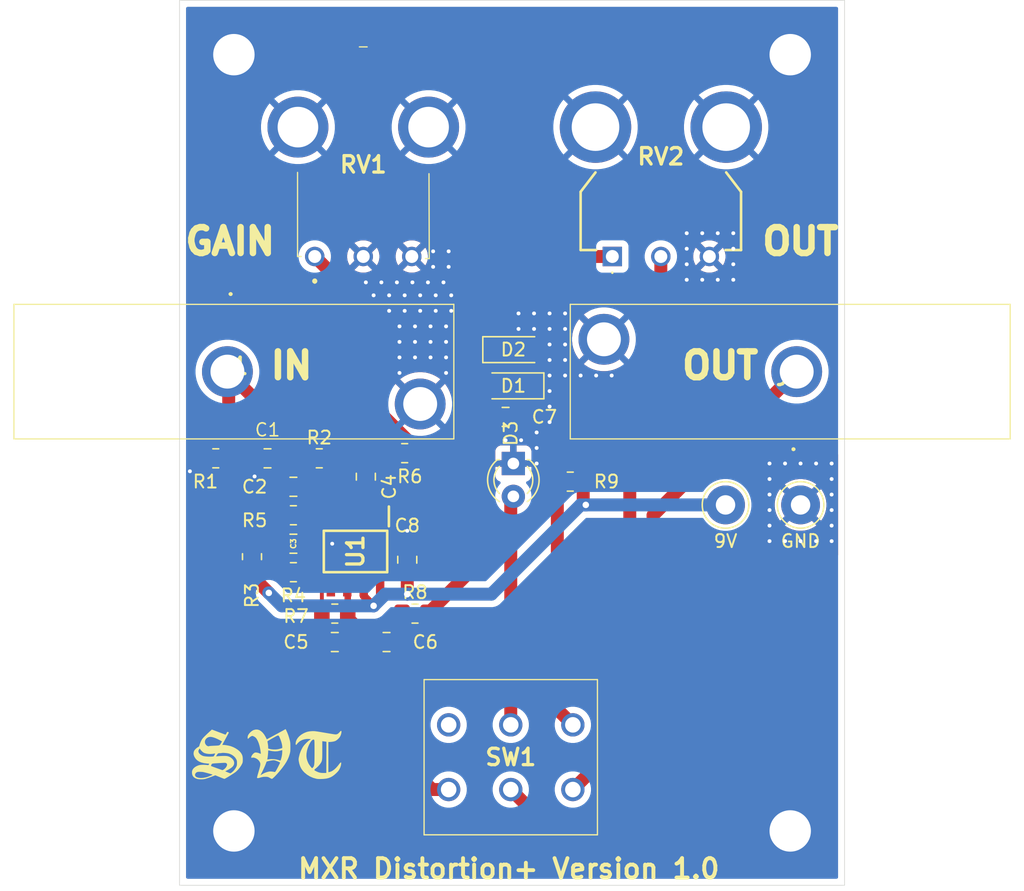
<source format=kicad_pcb>
(kicad_pcb (version 20241229) (generator "pcbnew") (generator_version "9.0")
  (layers (0 "F.Cu" signal) (2 "B.Cu" signal) (13 "F.Paste" user) (15 "B.Paste" user) (5 "F.SilkS" user "F.Silkscreen") (7 "B.SilkS" user "B.Silkscreen") (1 "F.Mask" user) (3 "B.Mask" user) (25 "Edge.Cuts" user))
  (net 0 "")
  (net 1 "Net-(J1-SLEEVE)")
  (net 2 "GND")
  (net 3 "Net-(C2-Pad2)")
  (net 4 "Net-(C3-Pad1)")
  (net 5 "Net-(C4-Pad1)")
  (net 6 "Net-(U1--)")
  (net 7 "Net-(C5-Pad2)")
  (net 8 "Net-(C6-Pad2)")
  (net 9 "Net-(D1-A)")
  (net 10 "Net-(D3-A)")
  (net 11 "Net-(J2-SLEEVE)")
  (net 12 "VCC")
  (net 13 "Net-(R6-Pad2)")
  (net 14 "Net-(R9-Pad2)")
  (net 15 "Net-(RV2-Pad2)")
  (net 20 "Net-(U1-+)")
  (footprint "Resistor_SMD:R_0805_2012Metric_Pad1.20x1.40mm_HandSolder" (layer "F.Cu") (at 91 62.6)
    (property "Reference" "R6" (at 0.4 1.8 0) (layer "F.SilkS"))
    (property "Value" "4.7k")
    (pad "1" smd roundrect (at -1 0) (size 1.2 1.4) (layers "F.Cu" "F.Mask" "F.Paste") (roundrect_rratio 0.208333) (net 5 "Net-(C4-Pad1)"))
    (pad "2" smd roundrect (at 1 0) (size 1.2 1.4) (layers "F.Cu" "F.Mask" "F.Paste") (roundrect_rratio 0.208333) (net 13 "Net-(R6-Pad2)"))
  )
  (footprint "MountingHole:MountingHole_3.2mm_M3_ISO7380_Pad_TopOnly" (layer "F.Cu") (at 77.8 31.8)
    (property "Reference" "REF**" (hide yes))
    (property "Value" "MountingHole_3.2mm_M3_ISO7380_Pad_TopOnly")
    (pad "1" thru_hole circle (at 0 0) (size 3.6 3.6) (drill 3.2) (layers "*.Cu" "*.Mask") (net 2 "GND"))
    (pad "1" connect circle (at 0 0) (size 5.7 5.7) (layers "F.Cu" "F.Mask"))
  )
  (footprint "Resistor_SMD:R_0805_2012Metric_Pad1.20x1.40mm_HandSolder" (layer "F.Cu") (at 84.4 63)
    (property "Reference" "R2" (at 0 -1.6 0) (layer "F.SilkS"))
    (property "Value" "10k")
    (pad "1" smd roundrect (at -1 0) (size 1.2 1.4) (layers "F.Cu" "F.Mask" "F.Paste") (roundrect_rratio 0.208333) (net 3 "Net-(C2-Pad2)"))
    (pad "2" smd roundrect (at 1 0) (size 1.2 1.4) (layers "F.Cu" "F.Mask" "F.Paste") (roundrect_rratio 0.208333) (net 20 "Net-(U1-+)"))
  )
  (footprint "LOGO" (layer "F.Cu") (at 80.6 86.2)
    (property "Reference" "G***" (hide yes))
    (property "Value" "LOGO" (hide yes))
  )
  (footprint "Diode_SMD:D_SOD-123" (layer "F.Cu") (at 99.4 54.6)
    (property "Reference" "D2" (at 0 0 0) (layer "F.SilkS"))
    (property "Value" "1N4148W")
    (pad "1" smd roundrect (at -1.65 0) (size 0.9 1.2) (layers "F.Cu" "F.Mask" "F.Paste") (net 9 "Net-(D1-A)"))
    (pad "2" smd roundrect (at 1.65 0) (size 0.9 1.2) (layers "F.Cu" "F.Mask" "F.Paste") (net 2 "GND"))
  )
  (footprint "Resistor_SMD:R_0805_2012Metric_Pad1.20x1.40mm_HandSolder" (layer "F.Cu") (at 91.8 75)
    (property "Reference" "R8" (at 0 -1.65 0) (layer "F.SilkS"))
    (property "Value" "10k")
    (pad "1" smd roundrect (at -1 0) (size 1.2 1.4) (layers "F.Cu" "F.Mask" "F.Paste") (roundrect_rratio 0.208333) (net 8 "Net-(C6-Pad2)"))
    (pad "2" smd roundrect (at 1 0) (size 1.2 1.4) (layers "F.Cu" "F.Mask" "F.Paste") (roundrect_rratio 0.208333) (net 9 "Net-(D1-A)"))
  )
  (footprint "KiCad:SJ63062A" (layer "F.Cu") (at 121.3 56.3 180)
    (property "Reference" "J2" (at 0.5 -0.425 180) (layer "F.SilkS") (effects (font (size 1.27 1.27) (thickness 0.254))))
    (property "Value" "SJ-63062A" (hide yes))
    (pad "1" thru_hole circle (at 0 0 270) (size 3.93 3.93) (drill 2.62) (layers "*.Cu" "*.Mask") (net 11 "Net-(J2-SLEEVE)"))
    (pad "2" thru_hole circle (at 14.9 2.5 270) (size 3.93 3.93) (drill 2.62) (layers "*.Cu" "*.Mask") (net 2 "GND"))
  )
  (footprint "Capacitor_SMD:C_0805_2012Metric_Pad1.18x1.45mm_HandSolder" (layer "F.Cu") (at 82.4 69.6)
    (property "Reference" "C3" (at 0 0 90) (layer "F.SilkS") (effects (font (size 0.4 0.4) (thickness 0.1))))
    (property "Value" "1u")
    (pad "1" smd roundrect (at -1.0375 0) (size 1.175 1.45) (layers "F.Cu" "F.Mask" "F.Paste") (roundrect_rratio 0.212766) (net 4 "Net-(C3-Pad1)"))
    (pad "2" smd roundrect (at 1.0375 0) (size 1.175 1.45) (layers "F.Cu" "F.Mask" "F.Paste") (roundrect_rratio 0.212766) (net 2 "GND"))
  )
  (footprint "Resistor_SMD:R_0805_2012Metric_Pad1.20x1.40mm_HandSolder" (layer "F.Cu") (at 85.6 75)
    (property "Reference" "R7" (at -3 0.2 0) (layer "F.SilkS"))
    (property "Value" "1M")
    (pad "1" smd roundrect (at -1 0) (size 1.2 1.4) (layers "F.Cu" "F.Mask" "F.Paste") (roundrect_rratio 0.208333) (net 6 "Net-(U1--)"))
    (pad "2" smd roundrect (at 1 0) (size 1.2 1.4) (layers "F.Cu" "F.Mask" "F.Paste") (roundrect_rratio 0.208333) (net 7 "Net-(C5-Pad2)"))
  )
  (footprint "Capacitor_SMD:C_0805_2012Metric_Pad1.18x1.45mm_HandSolder" (layer "F.Cu") (at 85.6 77.2)
    (property "Reference" "C5" (at -3 0 0) (layer "F.SilkS"))
    (property "Value" "10p")
    (pad "1" smd roundrect (at -1.0375 0) (size 1.175 1.45) (layers "F.Cu" "F.Mask" "F.Paste") (roundrect_rratio 0.212766) (net 6 "Net-(U1--)"))
    (pad "2" smd roundrect (at 1.0375 0) (size 1.175 1.45) (layers "F.Cu" "F.Mask" "F.Paste") (roundrect_rratio 0.212766) (net 7 "Net-(C5-Pad2)"))
  )
  (footprint "LED_THT:LED_D3.0mm_Clear" (layer "F.Cu") (at 99.4 63.4 -90)
    (property "Reference" "D3" (at -2.33 0.2 90) (layer "F.SilkS"))
    (property "Value" "Red color")
    (pad "1" thru_hole rect (at 0 0 270) (size 1.8 1.8) (drill 0.9) (layers "*.Cu" "*.Mask") (net 2 "GND"))
    (pad "2" thru_hole circle (at 2.54 0 270) (size 1.8 1.8) (drill 0.9) (layers "*.Cu" "*.Mask") (net 10 "Net-(D3-A)"))
  )
  (footprint "MountingHole:MountingHole_3.2mm_M3_ISO7380_Pad_TopOnly" (layer "F.Cu") (at 120.8 91.8)
    (property "Reference" "REF**" (hide yes))
    (property "Value" "MountingHole_3.2mm_M3_ISO7380_Pad_TopOnly")
    (pad "1" thru_hole circle (at 0 0) (size 3.6 3.6) (drill 3.2) (layers "*.Cu" "*.Mask") (net 2 "GND"))
    (pad "1" connect circle (at 0 0) (size 5.7 5.7) (layers "F.Cu" "F.Mask"))
  )
  (footprint "Resistor_SMD:R_0805_2012Metric_Pad1.20x1.40mm_HandSolder" (layer "F.Cu") (at 79.2 70.6 -90)
    (property "Reference" "R3" (at 3 0 90) (layer "F.SilkS"))
    (property "Value" "1M")
    (pad "1" smd roundrect (at -1 0 270) (size 1.2 1.4) (layers "F.Cu" "F.Mask" "F.Paste") (roundrect_rratio 0.208333) (net 4 "Net-(C3-Pad1)"))
    (pad "2" smd roundrect (at 1 0 270) (size 1.2 1.4) (layers "F.Cu" "F.Mask" "F.Paste") (roundrect_rratio 0.208333) (net 12 "VCC"))
  )
  (footprint "KiCad:FS5700DPLT2B2M1QE" (layer "F.Cu") (at 104 88.6 90)
    (property "Reference" "SW1" (at 2.5 -4.8 180) (layer "F.SilkS") (effects (font (size 1.27 1.27) (thickness 0.254))))
    (property "Value" "FS5700DPLT2B2M1QE" (hide yes))
    (pad "1" thru_hole circle (at 0 0 180) (size 1.8 1.8) (drill 1.2) (layers "*.Cu" "*.Mask") (net 15 "Net-(RV2-Pad2)"))
    (pad "2" thru_hole circle (at 0 -4.8 180) (size 1.8 1.8) (drill 1.2) (layers "*.Cu" "*.Mask") (net 11 "Net-(J2-SLEEVE)"))
    (pad "3" thru_hole circle (at 0 -9.6 180) (size 1.8 1.8) (drill 1.2) (layers "*.Cu" "*.Mask") (net 1 "Net-(J1-SLEEVE)"))
    (pad "4" thru_hole circle (at 5 0 180) (size 1.8 1.8) (drill 1.2) (layers "*.Cu" "*.Mask") (net 14 "Net-(R9-Pad2)"))
    (pad "5" thru_hole circle (at 5 -4.8 180) (size 1.8 1.8) (drill 1.2) (layers "*.Cu" "*.Mask") (net 10 "Net-(D3-A)"))
    (pad "6" thru_hole circle (at 5 -9.6 180) (size 1.8 1.8) (drill 1.2) (layers "*.Cu" "*.Mask"))
  )
  (footprint "Connector_Pin:Pin_D1.3mm_L11.0mm_LooseFit" (layer "F.Cu") (at 121.6 66.6)
    (property "Reference" "GND" (at 0 2.8 0) (layer "F.SilkS"))
    (property "Value" "Pin_D1.3mm_L11.0mm_LooseFit")
    (pad "1" thru_hole circle (at 0 0) (size 3 3) (drill 1.5) (layers "*.Cu" "*.Mask") (net 2 "GND"))
  )
  (footprint "Capacitor_SMD:C_0805_2012Metric_Pad1.18x1.45mm_HandSolder" (layer "F.Cu") (at 80.4 63 180)
    (property "Reference" "C1" (at 0 2.2 180) (layer "F.SilkS") (effects (font (thickness 0.125))))
    (property "Value" "1n")
    (pad "1" smd roundrect (at -1.0375 0 180) (size 1.175 1.45) (layers "F.Cu" "F.Mask" "F.Paste") (roundrect_rratio 0.212766) (net 1 "Net-(J1-SLEEVE)"))
    (pad "2" smd roundrect (at 1.0375 0 180) (size 1.175 1.45) (layers "F.Cu" "F.Mask" "F.Paste") (roundrect_rratio 0.212766) (net 2 "GND"))
  )
  (footprint "Resistor_SMD:R_0805_2012Metric_Pad1.20x1.40mm_HandSolder" (layer "F.Cu") (at 82.4 67.4 180)
    (property "Reference" "R5" (at 3 -0.4 0) (layer "F.SilkS"))
    (property "Value" "1M")
    (pad "1" smd roundrect (at -1 0 180) (size 1.2 1.4) (layers "F.Cu" "F.Mask" "F.Paste") (roundrect_rratio 0.208333) (net 20 "Net-(U1-+)"))
    (pad "2" smd roundrect (at 1 0 180) (size 1.2 1.4) (layers "F.Cu" "F.Mask" "F.Paste") (roundrect_rratio 0.208333) (net 4 "Net-(C3-Pad1)"))
  )
  (footprint "Capacitor_SMD:C_0805_2012Metric_Pad1.18x1.45mm_HandSolder" (layer "F.Cu") (at 98.8 59.8)
    (property "Reference" "C7" (at 3 0 0) (layer "F.SilkS"))
    (property "Value" "1n")
    (pad "1" smd roundrect (at -1.0375 0) (size 1.175 1.45) (layers "F.Cu" "F.Mask" "F.Paste") (roundrect_rratio 0.212766) (net 9 "Net-(D1-A)"))
    (pad "2" smd roundrect (at 1.0375 0) (size 1.175 1.45) (layers "F.Cu" "F.Mask" "F.Paste") (roundrect_rratio 0.212766) (net 2 "GND"))
  )
  (footprint "Diode_SMD:D_SOD-123" (layer "F.Cu") (at 99.4 57.4 180)
    (property "Reference" "D1" (at 0 0 0) (layer "F.SilkS"))
    (property "Value" "1N4148W")
    (pad "1" smd roundrect (at -1.65 0 180) (size 0.9 1.2) (layers "F.Cu" "F.Mask" "F.Paste") (net 2 "GND"))
    (pad "2" smd roundrect (at 1.65 0 180) (size 0.9 1.2) (layers "F.Cu" "F.Mask" "F.Paste") (net 9 "Net-(D1-A)"))
  )
  (footprint "KiCad:SJ63062A" (layer "F.Cu") (at 77.3 56.3)
    (property "Reference" "J1" (at 0.5 -0.425 0) (layer "F.SilkS") (effects (font (size 1.27 1.27) (thickness 0.254))))
    (property "Value" "SJ-63062A" (hide yes))
    (pad "1" thru_hole circle (at 0 0 90) (size 3.93 3.93) (drill 2.62) (layers "*.Cu" "*.Mask") (net 1 "Net-(J1-SLEEVE)"))
    (pad "2" thru_hole circle (at 14.9 2.5 90) (size 3.93 3.93) (drill 2.62) (layers "*.Cu" "*.Mask") (net 2 "GND"))
  )
  (footprint "MountingHole:MountingHole_3.2mm_M3_ISO7380_Pad_TopOnly" (layer "F.Cu") (at 77.8 91.8)
    (property "Reference" "REF**" (hide yes))
    (property "Value" "MountingHole_3.2mm_M3_ISO7380_Pad_TopOnly")
    (pad "1" thru_hole circle (at 0 0) (size 3.6 3.6) (drill 3.2) (layers "*.Cu" "*.Mask") (net 2 "GND"))
    (pad "1" connect circle (at 0 0) (size 5.7 5.7) (layers "F.Cu" "F.Mask"))
  )
  (footprint "Capacitor_SMD:C_0805_2012Metric_Pad1.18x1.45mm_HandSolder" (layer "F.Cu") (at 89.6 77.2)
    (property "Reference" "C6" (at 3 0 0) (layer "F.SilkS"))
    (property "Value" "1u")
    (pad "1" smd roundrect (at -1.0375 0) (size 1.175 1.45) (layers "F.Cu" "F.Mask" "F.Paste") (roundrect_rratio 0.212766) (net 7 "Net-(C5-Pad2)"))
    (pad "2" smd roundrect (at 1.0375 0) (size 1.175 1.45) (layers "F.Cu" "F.Mask" "F.Paste") (roundrect_rratio 0.212766) (net 8 "Net-(C6-Pad2)"))
  )
  (footprint "Capacitor_SMD:C_0805_2012Metric_Pad1.18x1.45mm_HandSolder" (layer "F.Cu") (at 88 64.41875 -90)
    (property "Reference" "C4" (at 0.78125 -1.8 90) (layer "F.SilkS"))
    (property "Value" "10n")
    (pad "1" smd roundrect (at -1.0375 0 270) (size 1.175 1.45) (layers "F.Cu" "F.Mask" "F.Paste") (roundrect_rratio 0.212766) (net 5 "Net-(C4-Pad1)"))
    (pad "2" smd roundrect (at 1.0375 0 270) (size 1.175 1.45) (layers "F.Cu" "F.Mask" "F.Paste") (roundrect_rratio 0.212766) (net 6 "Net-(U1--)"))
  )
  (footprint "Capacitor_SMD:C_0805_2012Metric_Pad1.18x1.45mm_HandSolder" (layer "F.Cu") (at 82.4 65.2)
    (property "Reference" "C2" (at -3 0 0) (layer "F.SilkS"))
    (property "Value" "10n")
    (pad "1" smd roundrect (at -1.0375 0) (size 1.175 1.45) (layers "F.Cu" "F.Mask" "F.Paste") (roundrect_rratio 0.212766) (net 1 "Net-(J1-SLEEVE)"))
    (pad "2" smd roundrect (at 1.0375 0) (size 1.175 1.45) (layers "F.Cu" "F.Mask" "F.Paste") (roundrect_rratio 0.212766) (net 3 "Net-(C2-Pad2)"))
  )
  (footprint "MountingHole:MountingHole_3.2mm_M3_ISO7380_Pad_TopOnly" (layer "F.Cu") (at 120.8 31.8)
    (property "Reference" "REF**" (hide yes))
    (property "Value" "MountingHole_3.2mm_M3_ISO7380_Pad_TopOnly")
    (pad "1" thru_hole circle (at 0 0) (size 3.6 3.6) (drill 3.2) (layers "*.Cu" "*.Mask") (net 2 "GND"))
    (pad "1" connect circle (at 0 0) (size 5.7 5.7) (layers "F.Cu" "F.Mask"))
  )
  (footprint "Connector_Pin:Pin_D1.3mm_L11.0mm_LooseFit" (layer "F.Cu") (at 115.8 66.6)
    (property "Reference" "9V" (at 0 2.8 0) (layer "F.SilkS"))
    (property "Value" "Pin_D1.3mm_L11.0mm_LooseFit")
    (pad "1" thru_hole circle (at 0 0) (size 3 3) (drill 1.5) (layers "*.Cu" "*.Mask") (net 12 "VCC"))
  )
  (footprint "Resistor_SMD:R_0805_2012Metric_Pad1.20x1.40mm_HandSolder" (layer "F.Cu") (at 103.8 64.8 180)
    (property "Reference" "R9" (at -2.8 0 0) (layer "F.SilkS"))
    (property "Value" "2.2k")
    (pad "1" smd roundrect (at -1 0 180) (size 1.2 1.4) (layers "F.Cu" "F.Mask" "F.Paste") (roundrect_rratio 0.208333) (net 12 "VCC"))
    (pad "2" smd roundrect (at 1 0 180) (size 1.2 1.4) (layers "F.Cu" "F.Mask" "F.Paste") (roundrect_rratio 0.208333) (net 14 "Net-(R9-Pad2)"))
  )
  (footprint "Resistor_SMD:R_0805_2012Metric_Pad1.20x1.40mm_HandSolder" (layer "F.Cu") (at 82.4 71.8 180)
    (property "Reference" "R4" (at 0 -1.8 0) (layer "F.SilkS"))
    (property "Value" "1M")
    (pad "1" smd roundrect (at -1 0 180) (size 1.2 1.4) (layers "F.Cu" "F.Mask" "F.Paste") (roundrect_rratio 0.208333) (net 2 "GND"))
    (pad "2" smd roundrect (at 1 0 180) (size 1.2 1.4) (layers "F.Cu" "F.Mask" "F.Paste") (roundrect_rratio 0.208333) (net 4 "Net-(C3-Pad1)"))
  )
  (footprint "Capacitor_SMD:C_0805_2012Metric_Pad1.18x1.45mm_HandSolder" (layer "F.Cu") (at 91.2 70.8375 90)
    (property "Reference" "C8" (at 2.6375 0 180) (layer "F.SilkS"))
    (property "Value" "100n")
    (pad "1" smd roundrect (at -1.0375 0 90) (size 1.175 1.45) (layers "F.Cu" "F.Mask" "F.Paste") (roundrect_rratio 0.212766) (net 12 "VCC"))
    (pad "2" smd roundrect (at 1.0375 0 90) (size 1.175 1.45) (layers "F.Cu" "F.Mask" "F.Paste") (roundrect_rratio 0.212766) (net 2 "GND"))
  )
  (footprint "KiCad:PDB12H4301103BF" (layer "F.Cu") (at 107.05 47.4)
    (property "Reference" "RV2" (at 3.75 -7.725 0) (layer "F.SilkS") (effects (font (size 1.27 1.27) (thickness 0.254))))
    (property "Value" "10k" (hide yes))
    (pad "1" thru_hole rect (at 0 0 90) (size 1.5 1.5) (drill 1) (layers "*.Cu" "*.Mask") (net 9 "Net-(D1-A)"))
    (pad "2" thru_hole circle (at 3.75 0 90) (size 1.5 1.5) (drill 1) (layers "*.Cu" "*.Mask") (net 15 "Net-(RV2-Pad2)"))
    (pad "3" thru_hole circle (at 7.5 0 90) (size 1.5 1.5) (drill 1) (layers "*.Cu" "*.Mask") (net 2 "GND"))
    (pad "MH1" thru_hole circle (at -1.3 -10 90) (size 5.52 5.52) (drill 3.68) (layers "*.Cu" "*.Mask") (net 2 "GND"))
    (pad "MH2" thru_hole circle (at 8.8 -10 90) (size 5.52 5.52) (drill 3.68) (layers "*.Cu" "*.Mask") (net 2 "GND"))
  )
  (footprint "KiCad:SOIC127P600X175-8N" (layer "F.Cu") (at 87.2 70.2 -90)
    (property "Reference" "U1" (at 0 0 90) (layer "F.SilkS") (effects (font (size 1.27 1.27) (thickness 0.254))))
    (property "Value" "OPA134" (hide yes))
    (pad "1" smd rect (at -2.712 -1.905) (size 0.65 1.525) (layers "F.Cu" "F.Mask" "F.Paste"))
    (pad "2" smd rect (at -2.712 -0.635) (size 0.65 1.525) (layers "F.Cu" "F.Mask" "F.Paste") (net 6 "Net-(U1--)"))
    (pad "3" smd rect (at -2.712 0.635) (size 0.65 1.525) (layers "F.Cu" "F.Mask" "F.Paste") (net 20 "Net-(U1-+)"))
    (pad "4" smd rect (at -2.712 1.905) (size 0.65 1.525) (layers "F.Cu" "F.Mask" "F.Paste") (net 2 "GND"))
    (pad "5" smd rect (at 2.712 1.905) (size 0.65 1.525) (layers "F.Cu" "F.Mask" "F.Paste"))
    (pad "6" smd rect (at 2.712 0.635) (size 0.65 1.525) (layers "F.Cu" "F.Mask" "F.Paste") (net 7 "Net-(C5-Pad2)"))
    (pad "7" smd rect (at 2.712 -0.635) (size 0.65 1.525) (layers "F.Cu" "F.Mask" "F.Paste") (net 12 "VCC"))
    (pad "8" smd rect (at 2.712 -1.905) (size 0.65 1.525) (layers "F.Cu" "F.Mask" "F.Paste"))
  )
  (footprint "Resistor_SMD:R_0805_2012Metric_Pad1.20x1.40mm_HandSolder" (layer "F.Cu") (at 76.4 63)
    (property "Reference" "R1" (at -0.8 1.8 0) (layer "F.SilkS"))
    (property "Value" "1M")
    (pad "1" smd roundrect (at -1 0) (size 1.2 1.4) (layers "F.Cu" "F.Mask" "F.Paste") (roundrect_rratio 0.208333) (net 2 "GND"))
    (pad "2" smd roundrect (at 1 0) (size 1.2 1.4) (layers "F.Cu" "F.Mask" "F.Paste") (roundrect_rratio 0.208333) (net 1 "Net-(J1-SLEEVE)"))
  )
  (footprint "KiCad:PDB12H4301105BF" (layer "F.Cu") (at 87.8 37.4)
    (property "Reference" "RV1" (at 0 2.9 0) (layer "F.SilkS") (effects (font (size 1.27 1.27) (thickness 0.254))))
    (property "Value" "1M" (hide yes))
    (pad "1" thru_hole circle (at -3.75 10 90) (size 1.5 1.5) (drill 1) (layers "*.Cu" "*.Mask") (net 13 "Net-(R6-Pad2)"))
    (pad "2" thru_hole circle (at 0 10 90) (size 1.5 1.5) (drill 1) (layers "*.Cu" "*.Mask") (net 2 "GND"))
    (pad "3" thru_hole circle (at 3.75 10 90) (size 1.5 1.5) (drill 1) (layers "*.Cu" "*.Mask") (net 2 "GND"))
    (pad "MH1" thru_hole circle (at -5.05 0 90) (size 4.708 4.708) (drill 3.1385) (layers "*.Cu" "*.Mask") (net 2 "GND"))
    (pad "MH2" thru_hole circle (at 5.05 0 90) (size 4.708 4.708) (drill 3.1385) (layers "*.Cu" "*.Mask") (net 2 "GND"))
  )
  (gr_rect (start 73.6 27.6) (end 125 96) (stroke (width 0.05)) (fill no) (layer "Edge.Cuts"))
  (gr_text "GAIN" (at 73.8 47.4 0) (layer "F.SilkS") (effects (font (size 2 2) (thickness 0.5) (bold yes)) (justify left bottom)))
  (gr_text "MXR Distortion+ Version 1.0" (at 82.6 95.6 0) (layer "F.SilkS") (effects (font (size 1.5 1.5) (thickness 0.3) (bold yes)) (justify left bottom)))
  (gr_text "OUT" (at 112.2 57 0) (layer "F.SilkS") (effects (font (size 2 2) (thickness 0.5) (bold yes)) (justify left bottom)))
  (gr_text "IN" (at 80.4 57 0) (layer "F.SilkS") (effects (font (size 2 2) (thickness 0.5) (bold yes)) (justify left bottom)))
  (gr_text "OUT" (at 118.4 47.4 0) (layer "F.SilkS") (effects (font (size 2 2) (thickness 0.5) (bold yes)) (justify left bottom)))
  (segment (start 93.127208 88.6) (end 77.4 72.872792) (width 1) (layer "F.Cu") (net 1))
  (segment (start 81.5 60.5) (end 81.5 61.6) (width 1) (layer "F.Cu") (net 1))
  (segment (start 77.4 56.4) (end 77.3 56.3) (width 1) (layer "F.Cu") (net 1))
  (segment (start 81.3625 63.075) (end 81.4375 63) (width 0.5) (layer "F.Cu") (net 1))
  (segment (start 77.3 56.3) (end 81.5 60.5) (width 1) (layer "F.Cu") (net 1))
  (segment (start 77.4 63) (end 77.4 56.4) (width 1) (layer "F.Cu") (net 1))
  (segment (start 81.5 61.6) (end 81.5 62.9375) (width 1) (layer "F.Cu") (net 1))
  (segment (start 77.4 72.872792) (end 77.4 63) (width 1) (layer "F.Cu") (net 1))
  (segment (start 81.5 60.8) (end 81.5 61.6) (width 1) (layer "F.Cu") (net 1))
  (segment (start 81.3625 65.2) (end 81.3625 63.075) (width 0.5) (layer "F.Cu") (net 1))
  (segment (start 81.5 62.9375) (end 81.4375 63) (width 1) (layer "F.Cu") (net 1))
  (segment (start 94.4 88.6) (end 93.127208 88.6) (width 1) (layer "F.Cu") (net 1))
  (segment (start 85.295 67.488) (end 85.295 68.905) (width 0.6) (layer "F.Cu") (net 2))
  (segment (start 83.4 71.8) (end 83.4 71.6) (width 0.6) (layer "F.Cu") (net 2))
  (segment (start 83.4 71.6) (end 84.8 70.2) (width 0.6) (layer "F.Cu") (net 2))
  (segment (start 91.2 69.8) (end 91.2 68.6) (width 0.5) (layer "F.Cu") (net 2))
  (segment (start 79.3625 64.3625) (end 79.4 64.4) (width 0.5) (layer "F.Cu") (net 2))
  (segment (start 79.3625 63) (end 79.3625 64.3625) (width 0.5) (layer "F.Cu") (net 2))
  (segment (start 75.4 63) (end 74.4 64) (width 0.5) (layer "F.Cu") (net 2))
  (segment (start 85.295 68.905) (end 85.2 69) (width 0.6) (layer "F.Cu") (net 2))
  (via (at 79.4 64.4) (size 0.6) (drill 0.3) (layers "F.Cu" "B.Cu") (net 2))
  (via (at 103.4 53) (size 0.5) (drill 0.3) (layers "F.Cu" "B.Cu") (net 2))
  (via (at 89.2 49.4) (size 0.5) (drill 0.3) (layers "F.Cu" "B.Cu") (net 2))
  (via (at 104.6 56.6) (size 0.5) (drill 0.3) (layers "F.Cu" "B.Cu") (net 2))
  (via (at 122.8 69.4) (size 0.5) (drill 0.3) (layers "F.Cu" "B.Cu") (net 2))
  (via (at 92.2 50.4) (size 0.5) (drill 0.3) (layers "F.Cu" "B.Cu") (net 2))
  (via (at 119.2 68.2) (size 0.5) (drill 0.3) (layers "F.Cu" "B.Cu") (net 2))
  (via (at 120.4 69.4) (size 0.5) (drill 0.3) (layers "F.Cu" "B.Cu") (net 2))
  (via (at 124 67) (size 0.5) (drill 0.3) (layers "F.Cu" "B.Cu") (net 2))
  (via (at 116.4 48) (size 0.5) (drill 0.3) (layers "F.Cu" "B.Cu") (net 2))
  (via (at 91.8 52.8) (size 0.5) (drill 0.3) (layers "F.Cu" "B.Cu") (net 2))
  (via (at 103.4 51.8) (size 0.5) (drill 0.3) (layers "F.Cu" "B.Cu") (net 2))
  (via (at 93.4 50.4) (size 0.5) (drill 0.3) (layers "F.Cu" "B.Cu") (net 2))
  (via (at 101.2 62.2) (size 0.5) (drill 0.3) (layers "F.Cu" "B.Cu") (net 2))
  (via (at 119.2 64.6) (size 0.5) (drill 0.3) (layers "F.Cu" "B.Cu") (net 2))
  (via (at 99.8 53) (size 0.5) (drill 0.3) (layers "F.Cu" "B.Cu") (net 2))
  (via (at 115.2 45.6) (size 0.5) (drill 0.3) (layers "F.Cu" "B.Cu") (net 2))
  (via (at 101 53) (size 0.5) (drill 0.3) (layers "F.Cu" "B.Cu") (net 2))
  (via (at 88.6 50.4) (size 0.5) (drill 0.3) (layers "F.Cu" "B.Cu") (net 2))
  (via (at 116.4 46.8) (size 0.5) (drill 0.3) (layers "F.Cu" "B.Cu") (net 2))
  (via (at 93.2 47) (size 0.5) (drill 0.3) (layers "F.Cu" "B.Cu") (net 2))
  (via (at 91 51.6) (size 0.5) (drill 0.3) (layers "F.Cu" "B.Cu") (net 2))
  (via (at 85.4 69.6) (size 0.6) (drill 0.3) (layers "F.Cu" "B.Cu") (net 2))
  (via (at 94.6 51.6) (size 0.5) (drill 0.3) (layers "F.Cu" "B.Cu") (net 2))
  (via (at 103.4 54.2) (size 0.5) (drill 0.3) (layers "F.Cu" "B.Cu") (net 2))
  (via (at 94.2 52.8) (size 0.5) (drill 0.3) (layers "F.Cu" "B.Cu") (net 2))
  (via (at 112.8 45.6) (size 0.5) (drill 0.3) (layers "F.Cu" "B.Cu") (net 2))
  (via (at 103.4 56.6) (size 0.5) (drill 0.3) (layers "F.Cu" "B.Cu") (net 2))
  (via (at 101 51.8) (size 0.5) (drill 0.3) (layers "F.Cu" "B.Cu") (net 2))
  (via (at 98.8 61.6) (size 0.5) (drill 0.3) (layers "F.Cu" "B.Cu") (net 2))
  (via (at 91 50.4) (size 0.5) (drill 0.3) (layers "F.Cu" "B.Cu") (net 2))
  (via (at 93 55.2) (size 0.5) (drill 0.3) (layers "F.Cu" "B.Cu") (net 2))
  (via (at 114 45.6) (size 0.5) (drill 0.3) (layers "F.Cu" "B.Cu") (net 2))
  (via (at 93.2 48.2) (size 0.5) (drill 0.3) (layers "F.Cu" "B.Cu") (net 2))
  (via (at 90.4 49.4) (size 0.5) (drill 0.3) (layers "F.Cu" "B.Cu") (net 2))
  (via (at 92.2 51.6) (size 0.5) (drill 0.3) (layers "F.Cu" "B.Cu") (net 2))
  (via (at 94.4 48.2) (size 0.5) (drill 0.3) (layers "F.Cu" "B.Cu") (net 2))
  (via (at 116.4 49.2) (size 0.5) (drill 0.3) (layers "F.Cu" "B.Cu") (net 2))
  (via (at 102.2 57.8) (size 0.5) (drill 0.3) (layers "F.Cu" "B.Cu") (net 2))
  (via (at 92.8 49.4) (size 0.5) (drill 0.3) (layers "F.Cu" "B.Cu") (net 2))
  (via (at 94.4 47) (size 0.5) (drill 0.3) (layers "F.Cu" "B.Cu") (net 2))
  (via (at 90.6 52.8) (size 0.5) (drill 0.3) (layers "F.Cu" "B.Cu") (net 2))
  (via (at 101.2 61) (size 0.5) (drill 0.3) (layers "F.Cu" "B.Cu") (net 2))
  (via (at 90.6 55.2) (size 0.5) (drill 0.3) (layers "F.Cu" "B.Cu") (net 2))
  (via (at 74.4 64) (size 0.6) (drill 0.3) (layers "F.Cu" "B.Cu") (net 2))
  (via (at 124 69.4) (size 0.5) (drill 0.3) (layers "F.Cu" "B.Cu") (net 2))
  (via (at 102.2 54.2) (size 0.5) (drill 0.3) (layers "F.Cu" "B.Cu") (net 2))
  (via (at 112.8 46.8) (size 0.5) (drill 0.3) (layers "F.Cu" "B.Cu") (net 2))
  (via (at 102.2 59) (size 0.5) (drill 0.3) (layers "F.Cu" "B.Cu") (net 2))
  (via (at 122.8 63.4) (size 0.5) (drill 0.3) (layers "F.Cu" "B.Cu") (net 2))
  (via (at 100 61.6) (size 0.5) (drill 0.3) (layers "F.Cu" "B.Cu") (net 2))
  (via (at 90.6 54) (size 0.5) (drill 0.3) (layers "F.Cu" "B.Cu") (net 2))
  (via (at 112.8 49.2) (size 0.5) (drill 0.3) (layers "F.Cu" "B.Cu") (net 2))
  (via (at 119.2 67) (size 0.5) (drill 0.3) (layers "F.Cu" "B.Cu") (net 2))
  (via (at 124 68.2) (size 0.5) (drill 0.3) (layers "F.Cu" "B.Cu") (net 2))
  (via (at 102.2 51.8) (size 0.5) (drill 0.3) (layers "F.Cu" "B.Cu") (net 2))
  (via (at 102.2 60.2) (size 0.5) (drill 0.3) (layers "F.Cu" "B.Cu") (net 2))
  (via (at 120.4 63.4) (size 0.5) (drill 0.3) (layers "F.Cu" "B.Cu") (net 2))
  (via (at 93 54) (size 0.5) (drill 0.3) (layers "F.Cu" "B.Cu") (net 2))
  (via (at 124 63.4) (size 0.5) (drill 0.3) (layers "F.Cu" "B.Cu") (net 2))
  (via (at 119.2 69.4) (size 0.5) (drill 0.3) (layers "F.Cu" "B.Cu") (net 2))
  (via (at 115.2 49.2) (size 0.5) (drill 0.3) (layers "F.Cu" "B.Cu") (net 2))
  (via (at 102.2 56.6) (size 0.5) (drill 0.3) (layers "F.Cu" "B.Cu") (net 2))
  (via (at 103.4 55.4) (size 0.5) (drill 0.3) (layers "F.Cu" "B.Cu") (net 2))
  (via (at 119.2 63.4) (size 0.5) (drill 0.3) (layers "F.Cu" "B.Cu") (net 2))
  (via (at 91.8 54) (size 0.5) (drill 0.3) (layers "F.Cu" "B.Cu") (net 2))
  (via (at 93 52.8) (size 0.5) (drill 0.3) (layers "F.Cu" "B.Cu") (net 2))
  (via (at 124 65.8) (size 0.5) (drill 0.3) (layers "F.Cu" "B.Cu") (net 2))
  (via (at 94.2 56.4) (size 0.5) (drill 0.3) (layers "F.Cu" "B.Cu") (net 2))
  (via (at 90.6 56.4) (size 0.5) (drill 0.3) (layers "F.Cu" "B.Cu") (net 2))
  (via (at 102.2 55.4) (size 0.5) (drill 0.3) (layers "F.Cu" "B.Cu") (net 2))
  (via (at 112.8 48) (size 0.5) (drill 0.3) (layers "F.Cu" "B.Cu") (net 2))
  (via (at 116.4 45.6) (size 0.5) (drill 0.3) (layers "F.Cu" "B.Cu") (net 2))
  (via (at 105.8 56.6) (size 0.5) (drill 0.3) (layers "F.Cu" "B.Cu") (net 2))
  (via (at 88 49.4) (size 0.5) (drill 0.3) (layers "F.Cu" "B.Cu") (net 2))
  (via (at 124 64.6) (size 0.5) (drill 0.3) (layers "F.Cu" "B.Cu") (net 2))
  (via (at 94.2 55.2) (size 0.5) (drill 0.3) (layers "F.Cu" "B.Cu") (net 2))
  (via (at 101.2 63.4) (size 0.5) (drill 0.3) (layers "F.Cu" "B.Cu") (net 2))
  (via (at 121.6 69.4) (size 0.5) (drill 0.3) (layers "F.Cu" "B.Cu") (net 2))
  (via (at 91.8 55.2) (size 0.5) (drill 0.3) (layers "F.Cu" "B.Cu") (net 2))
  (via (at 121.6 63.4) (size 0.5) (drill 0.3) (layers "F.Cu" "B.Cu") (net 2))
  (via (at 102.2 53) (size 0.5) (drill 0.3) (layers "F.Cu" "B.Cu") (net 2))
  (via (at 89.8 51.6) (size 0.5) (drill 0.3) (layers "F.Cu" "B.Cu") (net 2))
  (via (at 94.6 50.4) (size 0.5) (drill 0.3) (layers "F.Cu" "B.Cu") (net 2))
  (via (at 91.6 49.4) (size 0.5) (drill 0.3) (layers "F.Cu" "B.Cu") (net 2))
  (via (at 94.2 54) (size 0.5) (drill 0.3) (layers "F.Cu" "B.Cu") (net 2))
  (via (at 94 49.4) (size 0.5) (drill 0.3) (layers "F.Cu" "B.Cu") (net 2))
  (via (at 93.4 51.6) (size 0.5) (drill 0.3) (layers "F.Cu" "B.Cu") (net 2))
  (via (at 89.8 50.4) (size 0.5) (drill 0.3) (layers "F.Cu" "B.Cu") (net 2))
  (via (at 114 49.2) (size 0.5) (drill 0.3) (layers "F.Cu" "B.Cu") (net 2))
  (via (at 91.2 68.6) (size 0.6) (drill 0.3) (layers "F.Cu" "B.Cu") (net 2))
  (via (at 107 56.6) (size 0.5) (drill 0.3) (layers "F.Cu" "B.Cu") (net 2))
  (via (at 119.2 65.8) (size 0.5) (drill 0.3) (layers "F.Cu" "B.Cu") (net 2))
  (via (at 99.8 51.8) (size 0.5) (drill 0.3) (layers "F.Cu" "B.Cu") (net 2))
  (segment (start 83.4375 63.0375) (end 83.4 63) (width 0.5) (layer "F.Cu") (net 3))
  (segment (start 83.4375 65.2) (end 83.4375 63.0375) (width 0.5) (layer "F.Cu") (net 3))
  (segment (start 80.4 70.8) (end 81.4 71.8) (width 0.4) (layer "F.Cu") (net 4))
  (segment (start 81.3625 69.6) (end 79.2 69.6) (width 0.5) (layer "F.Cu") (net 4))
  (segment (start 81.4 67.4) (end 80.4 68.4) (width 0.4) (layer "F.Cu") (net 4))
  (segment (start 80.4 68.4) (end 80.4 70.8) (width 0.4) (layer "F.Cu") (net 4))
  (segment (start 88.78125 62.6) (end 88 63.38125) (width 0.5) (layer "F.Cu") (net 5))
  (segment (start 90 62.6) (end 88.78125 62.6) (width 0.5) (layer "F.Cu") (net 5))
  (segment (start 84.5625 75.0375) (end 84.6 75) (width 0.5) (layer "F.Cu") (net 6))
  (segment (start 87.835 67.488) (end 87.835 65.62125) (width 0.5) (layer "F.Cu") (net 6))
  (segment (start 87.835 65.62125) (end 88 65.45625) (width 0.5) (layer "F.Cu") (net 6))
  (segment (start 84.6 71.5) (end 87.835 68.265) (width 0.3) (layer "F.Cu") (net 6))
  (segment (start 84.6 75) (end 84.6 71.5) (width 0.3) (layer "F.Cu") (net 6))
  (segment (start 87.835 68.265) (end 87.835 67.488) (width 0.3) (layer "F.Cu") (net 6))
  (segment (start 84.5625 77.2) (end 84.5625 75.0375) (width 0.5) (layer "F.Cu") (net 6))
  (segment (start 86.6 75) (end 86.6 72.947) (width 0.5) (layer "F.Cu") (net 7))
  (segment (start 86.6375 75.0375) (end 86.6 75) (width 0.5) (layer "F.Cu") (net 7))
  (segment (start 86.6 72.947) (end 86.565 72.912) (width 0.5) (layer "F.Cu") (net 7))
  (segment (start 86.6375 77.2) (end 86.6375 75.0375) (width 0.5) (layer "F.Cu") (net 7))
  (segment (start 88.5625 76.9625) (end 86.6 75) (width 0.5) (layer "F.Cu") (net 7))
  (segment (start 88.5625 77.2) (end 88.5625 76.9625) (width 0.5) (layer "F.Cu") (net 7))
  (segment (start 90.6375 77.2) (end 90.6375 75.1625) (width 0.5) (layer "F.Cu") (net 8))
  (segment (start 90.6375 75.1625) (end 90.8 75) (width 0.5) (layer "F.Cu") (net 8))
  (segment (start 97.7625 59.8) (end 96.236204 59.8) (width 0.6) (layer "F.Cu") (net 9))
  (segment (start 97.75 54.6) (end 97.75 56) (width 0.6) (layer "F.Cu") (net 9))
  (segment (start 92.8 75) (end 96.2 71.6) (width 1) (layer "F.Cu") (net 9))
  (segment (start 96.236204 59.8) (end 96.2 59.763796) (width 0.6) (layer "F.Cu") (net 9))
  (segment (start 97.75 56) (end 96.2 56) (width 0.6) (layer "F.Cu") (net 9))
  (segment (start 96.2 59.763796) (end 96.2 56) (width 1) (layer "F.Cu") (net 9))
  (segment (start 96.2 71.6) (end 96.2 59.763796) (width 1) (layer "F.Cu") (net 9))
  (segment (start 96.2 53.2) (end 102 47.4) (width 1) (layer "F.Cu") (net 9))
  (segment (start 102 47.4) (end 107.05 47.4) (width 1) (layer "F.Cu") (net 9))
  (segment (start 96.2 56) (end 96.2 53.2) (width 1) (layer "F.Cu") (net 9))
  (segment (start 97.75 56) (end 97.75 57.4) (width 0.6) (layer "F.Cu") (net 9))
  (segment (start 99.2 66.14) (end 99.4 65.94) (width 1) (layer "F.Cu") (net 10))
  (segment (start 99.2 83.6) (end 99.2 66.14) (width 1) (layer "F.Cu") (net 10))
  (segment (start 110.2 67.4) (end 121.3 56.3) (width 1) (layer "F.Cu") (net 11))
  (segment (start 110.2 87.2) (end 110.2 67.4) (width 1) (layer "F.Cu") (net 11))
  (segment (start 101.2 90.6) (end 106.8 90.6) (width 1) (layer "F.Cu") (net 11))
  (segment (start 106.8 90.6) (end 110.2 87.2) (width 1) (layer "F.Cu") (net 11))
  (segment (start 99.2 88.6) (end 101.2 90.6) (width 1) (layer "F.Cu") (net 11))
  (segment (start 87.835 73.635) (end 87.835 72.912) (width 0.6) (layer "F.Cu") (net 12))
  (segment (start 90.9735 71.6485) (end 91.2 71.875) (width 0.6) (layer "F.Cu") (net 12))
  (segment (start 88.6 74.4) (end 87.835 73.635) (width 0.6) (layer "F.Cu") (net 12))
  (segment (start 105 66.6) (end 104.8 66.4) (width 1) (layer "F.Cu") (net 12))
  (segment (start 80.5 73.4) (end 79.2 72.1) (width 1) (layer "F.Cu") (net 12))
  (segment (start 91.2 73.5) (end 91.2 71.875) (width 1) (layer "F.Cu") (net 12))
  (segment (start 104.8 66.4) (end 104.8 64.8) (width 1) (layer "F.Cu") (net 12))
  (segment (start 79.2 72.1) (end 79.2 71.6) (width 1) (layer "F.Cu") (net 12))
  (via (at 88.6 74.4) (size 1) (drill 0.5) (layers "F.Cu" "B.Cu") (net 12))
  (via (at 80.5 73.4) (size 1) (drill 0.5) (layers "F.Cu" "B.Cu") (net 12))
  (via (at 105 66.6) (size 1) (drill 0.5) (layers "F.Cu" "B.Cu") (net 12))
  (via (at 91.2 73.5) (size 1) (drill 0.5) (layers "F.Cu" "B.Cu") (net 12))
  (segment (start 89.5 73.5) (end 91.2 73.5) (width 1) (layer "B.Cu") (net 12))
  (segment (start 88.6 74.4) (end 89.5 73.5) (width 1) (layer "B.Cu") (net 12))
  (segment (start 104.6 66.6) (end 105 66.6) (width 1) (layer "B.Cu") (net 12))
  (segment (start 105 66.6) (end 115.8 66.6) (width 1) (layer "B.Cu") (net 12))
  (segment (start 81.5 74.4) (end 80.5 73.4) (width 1) (layer "B.Cu") (net 12))
  (segment (start 88.6 74.4) (end 81.5 74.4) (width 1) (layer "B.Cu") (net 12))
  (segment (start 97.7 73.5) (end 104.6 66.6) (width 1) (layer "B.Cu") (net 12))
  (segment (start 91.2 73.5) (end 97.7 73.5) (width 1) (layer "B.Cu") (net 12))
  (segment (start 92 62.370294) (end 89.2 59.570294) (width 1) (layer "F.Cu") (net 13))
  (segment (start 92 62.6) (end 92 62.370294) (width 1) (layer "F.Cu") (net 13))
  (segment (start 89.2 59.570294) (end 89.2 52.55) (width 1) (layer "F.Cu") (net 13))
  (segment (start 84.05 47.4) (end 89.2 52.55) (width 1) (layer "F.Cu") (net 13))
  (segment (start 102.8 82.4) (end 104 83.6) (width 1) (layer "F.Cu") (net 14))
  (segment (start 102.8 64.8) (end 102.8 82.4) (width 1) (layer "F.Cu") (net 14))
  (segment (start 108.4 56.6) (end 110.8 54.2) (width 1) (layer "F.Cu") (net 15))
  (segment (start 110.8 54.2) (end 110.8 47.4) (width 1) (layer "F.Cu") (net 15))
  (segment (start 108.4 84.2) (end 108.4 56.6) (width 1) (layer "F.Cu") (net 15))
  (segment (start 104 88.6) (end 108.4 84.2) (width 1) (layer "F.Cu") (net 15))
  (segment (start 85.4 63) (end 86.565 64.165) (width 0.5) (layer "F.Cu") (net 20))
  (segment (start 83.4 67.4) (end 84.6 66.2) (width 0.3) (layer "F.Cu") (net 20))
  (segment (start 84.6 66.2) (end 86.565 66.2) (width 0.3) (layer "F.Cu") (net 20))
  (segment (start 86.565 64.165) (end 86.565 67.488) (width 0.5) (layer "F.Cu") (net 20))
  (zone (net 2) (net_name "GND") (layer "F.Cu") (priority 1) (connect_pads (clearance 0.2)) (min_thickness 0.25) (fill yes (thermal_gap 0.5) (thermal_bridge_width 0.5))
    (polygon (pts (xy 107.8 57) (xy 102.8 57) (xy 102.8 61.2) (xy 102.8 63.6) (xy 101.6 63.6) (xy 101.6 64.8) (xy 97.2 64.8) (xy 97.2 61.2) (xy 98.8 61.2) (xy 98.8 51.4) (xy 103.656004 51.4) (xy 107.8 51.4)))
  )
  (zone (net 2) (net_name "GND") (layer "F.Cu") (priority 4) (connect_pads (clearance 0.2)) (min_thickness 0.25) (fill yes (thermal_gap 0.5) (thermal_bridge_width 0.5))
    (polygon (pts (xy 118.4 62.6) (xy 118.4 70.6) (xy 124.8 70.6) (xy 124.8 62.6)))
  )
  (zone (net 2) (net_name "GND") (layer "F.Cu") (priority 1) (connect_pads (clearance 0.2)) (min_thickness 0.25) (fill yes (thermal_gap 0.5) (thermal_bridge_width 0.5))
    (polygon (pts (xy 82.4 68.6) (xy 84.4 68.6) (xy 84.4 66.6) (xy 86 66.6) (xy 86 69.8) (xy 84.4 71.4) (xy 84.4 72.8) (xy 82.4 72.8)))
  )
  (zone (net 2) (net_name "GND") (layer "F.Cu") (priority 3) (connect_pads (clearance 0.2)) (min_thickness 0.25) (fill yes (thermal_gap 0.5) (thermal_bridge_width 0.5))
    (polygon (pts (xy 85.8 45.8) (xy 85.8 48.2) (xy 90 52.4) (xy 90 61.2) (xy 93.6 61.2) (xy 94.8 59.8) (xy 94.8 45.8)))
  )
  (zone (net 2) (net_name "GND") (layer "F.Cu") (priority 5) (connect_pads (clearance 0.2)) (min_thickness 0.25) (fill yes (thermal_gap 0.5) (thermal_bridge_width 0.5))
    (polygon (pts (xy 112.2 45.2) (xy 112.2 49.6) (xy 117 49.6) (xy 117 45.2)))
  )
  (zone (net 2) (net_name "GND") (layer "B.Cu") (connect_pads (clearance 0.5)) (min_thickness 0.25) (fill yes (thermal_gap 0.5) (thermal_bridge_width 0.5))
    (polygon (pts (xy 73.6 27.6) (xy 73.6 96) (xy 125 96) (xy 125 27.6)))
  )
)
</source>
